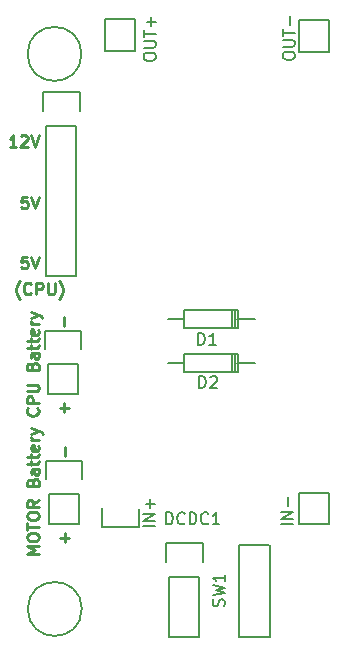
<source format=gbr>
G04 #@! TF.FileFunction,Legend,Top*
%FSLAX46Y46*%
G04 Gerber Fmt 4.6, Leading zero omitted, Abs format (unit mm)*
G04 Created by KiCad (PCBNEW 4.0.2-stable) date 11.07.2016 23:58:06*
%MOMM*%
G01*
G04 APERTURE LIST*
%ADD10C,0.100000*%
%ADD11C,0.250000*%
%ADD12C,0.150000*%
G04 APERTURE END LIST*
D10*
D11*
X127517734Y-102179333D02*
X127470114Y-102131714D01*
X127374876Y-101988857D01*
X127327257Y-101893619D01*
X127279638Y-101750762D01*
X127232019Y-101512667D01*
X127232019Y-101322190D01*
X127279638Y-101084095D01*
X127327257Y-100941238D01*
X127374876Y-100846000D01*
X127470114Y-100703143D01*
X127517734Y-100655524D01*
X128470115Y-101703143D02*
X128422496Y-101750762D01*
X128279639Y-101798381D01*
X128184401Y-101798381D01*
X128041543Y-101750762D01*
X127946305Y-101655524D01*
X127898686Y-101560286D01*
X127851067Y-101369810D01*
X127851067Y-101226952D01*
X127898686Y-101036476D01*
X127946305Y-100941238D01*
X128041543Y-100846000D01*
X128184401Y-100798381D01*
X128279639Y-100798381D01*
X128422496Y-100846000D01*
X128470115Y-100893619D01*
X128898686Y-101798381D02*
X128898686Y-100798381D01*
X129279639Y-100798381D01*
X129374877Y-100846000D01*
X129422496Y-100893619D01*
X129470115Y-100988857D01*
X129470115Y-101131714D01*
X129422496Y-101226952D01*
X129374877Y-101274571D01*
X129279639Y-101322190D01*
X128898686Y-101322190D01*
X129898686Y-100798381D02*
X129898686Y-101607905D01*
X129946305Y-101703143D01*
X129993924Y-101750762D01*
X130089162Y-101798381D01*
X130279639Y-101798381D01*
X130374877Y-101750762D01*
X130422496Y-101703143D01*
X130470115Y-101607905D01*
X130470115Y-100798381D01*
X130851067Y-102179333D02*
X130898686Y-102131714D01*
X130993924Y-101988857D01*
X131041543Y-101893619D01*
X131089162Y-101750762D01*
X131136781Y-101512667D01*
X131136781Y-101322190D01*
X131089162Y-101084095D01*
X131041543Y-100941238D01*
X130993924Y-100846000D01*
X130898686Y-100703143D01*
X130851067Y-100655524D01*
X129128781Y-123776715D02*
X128128781Y-123776715D01*
X128843067Y-123443381D01*
X128128781Y-123110048D01*
X129128781Y-123110048D01*
X128128781Y-122443382D02*
X128128781Y-122252905D01*
X128176400Y-122157667D01*
X128271638Y-122062429D01*
X128462114Y-122014810D01*
X128795448Y-122014810D01*
X128985924Y-122062429D01*
X129081162Y-122157667D01*
X129128781Y-122252905D01*
X129128781Y-122443382D01*
X129081162Y-122538620D01*
X128985924Y-122633858D01*
X128795448Y-122681477D01*
X128462114Y-122681477D01*
X128271638Y-122633858D01*
X128176400Y-122538620D01*
X128128781Y-122443382D01*
X128128781Y-121729096D02*
X128128781Y-121157667D01*
X129128781Y-121443382D02*
X128128781Y-121443382D01*
X128128781Y-120633858D02*
X128128781Y-120443381D01*
X128176400Y-120348143D01*
X128271638Y-120252905D01*
X128462114Y-120205286D01*
X128795448Y-120205286D01*
X128985924Y-120252905D01*
X129081162Y-120348143D01*
X129128781Y-120443381D01*
X129128781Y-120633858D01*
X129081162Y-120729096D01*
X128985924Y-120824334D01*
X128795448Y-120871953D01*
X128462114Y-120871953D01*
X128271638Y-120824334D01*
X128176400Y-120729096D01*
X128128781Y-120633858D01*
X129128781Y-119205286D02*
X128652590Y-119538620D01*
X129128781Y-119776715D02*
X128128781Y-119776715D01*
X128128781Y-119395762D01*
X128176400Y-119300524D01*
X128224019Y-119252905D01*
X128319257Y-119205286D01*
X128462114Y-119205286D01*
X128557352Y-119252905D01*
X128604971Y-119300524D01*
X128652590Y-119395762D01*
X128652590Y-119776715D01*
X128604971Y-117681476D02*
X128652590Y-117538619D01*
X128700210Y-117491000D01*
X128795448Y-117443381D01*
X128938305Y-117443381D01*
X129033543Y-117491000D01*
X129081162Y-117538619D01*
X129128781Y-117633857D01*
X129128781Y-118014810D01*
X128128781Y-118014810D01*
X128128781Y-117681476D01*
X128176400Y-117586238D01*
X128224019Y-117538619D01*
X128319257Y-117491000D01*
X128414495Y-117491000D01*
X128509733Y-117538619D01*
X128557352Y-117586238D01*
X128604971Y-117681476D01*
X128604971Y-118014810D01*
X129128781Y-116586238D02*
X128604971Y-116586238D01*
X128509733Y-116633857D01*
X128462114Y-116729095D01*
X128462114Y-116919572D01*
X128509733Y-117014810D01*
X129081162Y-116586238D02*
X129128781Y-116681476D01*
X129128781Y-116919572D01*
X129081162Y-117014810D01*
X128985924Y-117062429D01*
X128890686Y-117062429D01*
X128795448Y-117014810D01*
X128747829Y-116919572D01*
X128747829Y-116681476D01*
X128700210Y-116586238D01*
X128462114Y-116252905D02*
X128462114Y-115871953D01*
X128128781Y-116110048D02*
X128985924Y-116110048D01*
X129081162Y-116062429D01*
X129128781Y-115967191D01*
X129128781Y-115871953D01*
X128462114Y-115681476D02*
X128462114Y-115300524D01*
X128128781Y-115538619D02*
X128985924Y-115538619D01*
X129081162Y-115491000D01*
X129128781Y-115395762D01*
X129128781Y-115300524D01*
X129081162Y-114586237D02*
X129128781Y-114681475D01*
X129128781Y-114871952D01*
X129081162Y-114967190D01*
X128985924Y-115014809D01*
X128604971Y-115014809D01*
X128509733Y-114967190D01*
X128462114Y-114871952D01*
X128462114Y-114681475D01*
X128509733Y-114586237D01*
X128604971Y-114538618D01*
X128700210Y-114538618D01*
X128795448Y-115014809D01*
X129128781Y-114110047D02*
X128462114Y-114110047D01*
X128652590Y-114110047D02*
X128557352Y-114062428D01*
X128509733Y-114014809D01*
X128462114Y-113919571D01*
X128462114Y-113824332D01*
X128462114Y-113586237D02*
X129128781Y-113348142D01*
X128462114Y-113110046D02*
X129128781Y-113348142D01*
X129366876Y-113443380D01*
X129414495Y-113490999D01*
X129462114Y-113586237D01*
X131338629Y-122767220D02*
X131338629Y-122005315D01*
X131719581Y-122386267D02*
X130957676Y-122386267D01*
X131338629Y-115433885D02*
X131338629Y-114671980D01*
X131262429Y-111769020D02*
X131262429Y-111007115D01*
X131643381Y-111388067D02*
X130881476Y-111388067D01*
X131262429Y-104435685D02*
X131262429Y-103673780D01*
X127219153Y-89326981D02*
X126647724Y-89326981D01*
X126933438Y-89326981D02*
X126933438Y-88326981D01*
X126838200Y-88469838D01*
X126742962Y-88565076D01*
X126647724Y-88612695D01*
X127600105Y-88422219D02*
X127647724Y-88374600D01*
X127742962Y-88326981D01*
X127981058Y-88326981D01*
X128076296Y-88374600D01*
X128123915Y-88422219D01*
X128171534Y-88517457D01*
X128171534Y-88612695D01*
X128123915Y-88755552D01*
X127552486Y-89326981D01*
X128171534Y-89326981D01*
X128457248Y-88326981D02*
X128790581Y-89326981D01*
X129123915Y-88326981D01*
X128155724Y-98588581D02*
X127679533Y-98588581D01*
X127631914Y-99064771D01*
X127679533Y-99017152D01*
X127774771Y-98969533D01*
X128012867Y-98969533D01*
X128108105Y-99017152D01*
X128155724Y-99064771D01*
X128203343Y-99160010D01*
X128203343Y-99398105D01*
X128155724Y-99493343D01*
X128108105Y-99540962D01*
X128012867Y-99588581D01*
X127774771Y-99588581D01*
X127679533Y-99540962D01*
X127631914Y-99493343D01*
X128489057Y-98588581D02*
X128822390Y-99588581D01*
X129155724Y-98588581D01*
X128155724Y-93508581D02*
X127679533Y-93508581D01*
X127631914Y-93984771D01*
X127679533Y-93937152D01*
X127774771Y-93889533D01*
X128012867Y-93889533D01*
X128108105Y-93937152D01*
X128155724Y-93984771D01*
X128203343Y-94080010D01*
X128203343Y-94318105D01*
X128155724Y-94413343D01*
X128108105Y-94460962D01*
X128012867Y-94508581D01*
X127774771Y-94508581D01*
X127679533Y-94460962D01*
X127631914Y-94413343D01*
X128489057Y-93508581D02*
X128822390Y-94508581D01*
X129155724Y-93508581D01*
X129008143Y-111434096D02*
X129055762Y-111481715D01*
X129103381Y-111624572D01*
X129103381Y-111719810D01*
X129055762Y-111862668D01*
X128960524Y-111957906D01*
X128865286Y-112005525D01*
X128674810Y-112053144D01*
X128531952Y-112053144D01*
X128341476Y-112005525D01*
X128246238Y-111957906D01*
X128151000Y-111862668D01*
X128103381Y-111719810D01*
X128103381Y-111624572D01*
X128151000Y-111481715D01*
X128198619Y-111434096D01*
X129103381Y-111005525D02*
X128103381Y-111005525D01*
X128103381Y-110624572D01*
X128151000Y-110529334D01*
X128198619Y-110481715D01*
X128293857Y-110434096D01*
X128436714Y-110434096D01*
X128531952Y-110481715D01*
X128579571Y-110529334D01*
X128627190Y-110624572D01*
X128627190Y-111005525D01*
X128103381Y-110005525D02*
X128912905Y-110005525D01*
X129008143Y-109957906D01*
X129055762Y-109910287D01*
X129103381Y-109815049D01*
X129103381Y-109624572D01*
X129055762Y-109529334D01*
X129008143Y-109481715D01*
X128912905Y-109434096D01*
X128103381Y-109434096D01*
X128579571Y-107862667D02*
X128627190Y-107719810D01*
X128674810Y-107672191D01*
X128770048Y-107624572D01*
X128912905Y-107624572D01*
X129008143Y-107672191D01*
X129055762Y-107719810D01*
X129103381Y-107815048D01*
X129103381Y-108196001D01*
X128103381Y-108196001D01*
X128103381Y-107862667D01*
X128151000Y-107767429D01*
X128198619Y-107719810D01*
X128293857Y-107672191D01*
X128389095Y-107672191D01*
X128484333Y-107719810D01*
X128531952Y-107767429D01*
X128579571Y-107862667D01*
X128579571Y-108196001D01*
X129103381Y-106767429D02*
X128579571Y-106767429D01*
X128484333Y-106815048D01*
X128436714Y-106910286D01*
X128436714Y-107100763D01*
X128484333Y-107196001D01*
X129055762Y-106767429D02*
X129103381Y-106862667D01*
X129103381Y-107100763D01*
X129055762Y-107196001D01*
X128960524Y-107243620D01*
X128865286Y-107243620D01*
X128770048Y-107196001D01*
X128722429Y-107100763D01*
X128722429Y-106862667D01*
X128674810Y-106767429D01*
X128436714Y-106434096D02*
X128436714Y-106053144D01*
X128103381Y-106291239D02*
X128960524Y-106291239D01*
X129055762Y-106243620D01*
X129103381Y-106148382D01*
X129103381Y-106053144D01*
X128436714Y-105862667D02*
X128436714Y-105481715D01*
X128103381Y-105719810D02*
X128960524Y-105719810D01*
X129055762Y-105672191D01*
X129103381Y-105576953D01*
X129103381Y-105481715D01*
X129055762Y-104767428D02*
X129103381Y-104862666D01*
X129103381Y-105053143D01*
X129055762Y-105148381D01*
X128960524Y-105196000D01*
X128579571Y-105196000D01*
X128484333Y-105148381D01*
X128436714Y-105053143D01*
X128436714Y-104862666D01*
X128484333Y-104767428D01*
X128579571Y-104719809D01*
X128674810Y-104719809D01*
X128770048Y-105196000D01*
X129103381Y-104291238D02*
X128436714Y-104291238D01*
X128627190Y-104291238D02*
X128531952Y-104243619D01*
X128484333Y-104196000D01*
X128436714Y-104100762D01*
X128436714Y-104005523D01*
X128436714Y-103767428D02*
X129103381Y-103529333D01*
X128436714Y-103291237D02*
X129103381Y-103529333D01*
X129341476Y-103624571D01*
X129389095Y-103672190D01*
X129436714Y-103767428D01*
D12*
X132765800Y-128422400D02*
G75*
G03X132765800Y-128422400I-2286000J0D01*
G01*
X141426680Y-103837740D02*
X140029680Y-103837740D01*
X145871680Y-103837740D02*
X147395680Y-103837740D01*
X145490680Y-104599740D02*
X145490680Y-103075740D01*
X145744680Y-104599740D02*
X145744680Y-103075740D01*
X145998680Y-103837740D02*
X145998680Y-103075740D01*
X145998680Y-103075740D02*
X141426680Y-103075740D01*
X141426680Y-103075740D02*
X141426680Y-104599740D01*
X141426680Y-104599740D02*
X145998680Y-104599740D01*
X145998680Y-104599740D02*
X145998680Y-103837740D01*
X141452080Y-107571540D02*
X140055080Y-107571540D01*
X145897080Y-107571540D02*
X147421080Y-107571540D01*
X145516080Y-108333540D02*
X145516080Y-106809540D01*
X145770080Y-108333540D02*
X145770080Y-106809540D01*
X146024080Y-107571540D02*
X146024080Y-106809540D01*
X146024080Y-106809540D02*
X141452080Y-106809540D01*
X141452080Y-106809540D02*
X141452080Y-108333540D01*
X141452080Y-108333540D02*
X146024080Y-108333540D01*
X146024080Y-108333540D02*
X146024080Y-107571540D01*
X151151200Y-78585600D02*
X151151200Y-81265600D01*
X151151200Y-81265600D02*
X153691200Y-81265600D01*
X153691200Y-81265600D02*
X153691200Y-78585600D01*
X153691200Y-78585600D02*
X151151200Y-78585600D01*
X137291200Y-78485600D02*
X134751200Y-78485600D01*
X137291200Y-81165600D02*
X137291200Y-78485600D01*
X134751200Y-81165600D02*
X137291200Y-81165600D01*
X134751200Y-78485600D02*
X134751200Y-81165600D01*
X151151200Y-118585600D02*
X151151200Y-121265600D01*
X151151200Y-121265600D02*
X153691200Y-121265600D01*
X153691200Y-121265600D02*
X153691200Y-118585600D01*
X153691200Y-118585600D02*
X151151200Y-118585600D01*
X137571200Y-119965600D02*
X137571200Y-121515600D01*
X134471200Y-121415600D02*
X134471200Y-119865600D01*
X134471200Y-121465600D02*
X137571200Y-121465600D01*
X132537200Y-118694200D02*
X132537200Y-121234200D01*
X132817200Y-115874200D02*
X132817200Y-117424200D01*
X132537200Y-118694200D02*
X129997200Y-118694200D01*
X129717200Y-117424200D02*
X129717200Y-115874200D01*
X129717200Y-115874200D02*
X132817200Y-115874200D01*
X129997200Y-118694200D02*
X129997200Y-121234200D01*
X129997200Y-121234200D02*
X132537200Y-121234200D01*
X132308600Y-87503000D02*
X132308600Y-100203000D01*
X132308600Y-100203000D02*
X129768600Y-100203000D01*
X129768600Y-100203000D02*
X129768600Y-87503000D01*
X132588600Y-84683000D02*
X132588600Y-86233000D01*
X132308600Y-87503000D02*
X129768600Y-87503000D01*
X129488600Y-86233000D02*
X129488600Y-84683000D01*
X129488600Y-84683000D02*
X132588600Y-84683000D01*
X132461000Y-107721400D02*
X132461000Y-110261400D01*
X132741000Y-104901400D02*
X132741000Y-106451400D01*
X132461000Y-107721400D02*
X129921000Y-107721400D01*
X129641000Y-106451400D02*
X129641000Y-104901400D01*
X129641000Y-104901400D02*
X132741000Y-104901400D01*
X129921000Y-107721400D02*
X129921000Y-110261400D01*
X129921000Y-110261400D02*
X132461000Y-110261400D01*
X148679800Y-122980800D02*
X148679800Y-130760800D01*
X139899800Y-122860800D02*
X142999800Y-122860800D01*
X139899800Y-124410800D02*
X139899800Y-122860800D01*
X142719800Y-125680800D02*
X140179800Y-125680800D01*
X142999800Y-122860800D02*
X142999800Y-124410800D01*
X142719800Y-130760800D02*
X142719800Y-125680800D01*
X140179800Y-130760800D02*
X142719800Y-130760800D01*
X140179800Y-125680800D02*
X140179800Y-130760800D01*
X146079800Y-122980800D02*
X146079800Y-130760800D01*
X146079800Y-130760800D02*
X148619800Y-130760800D01*
X148619800Y-122980800D02*
X146079800Y-122980800D01*
X132740400Y-81432400D02*
G75*
G03X132740400Y-81432400I-2286000J0D01*
G01*
X142619505Y-106065581D02*
X142619505Y-105065581D01*
X142857600Y-105065581D01*
X143000458Y-105113200D01*
X143095696Y-105208438D01*
X143143315Y-105303676D01*
X143190934Y-105494152D01*
X143190934Y-105637010D01*
X143143315Y-105827486D01*
X143095696Y-105922724D01*
X143000458Y-106017962D01*
X142857600Y-106065581D01*
X142619505Y-106065581D01*
X144143315Y-106065581D02*
X143571886Y-106065581D01*
X143857600Y-106065581D02*
X143857600Y-105065581D01*
X143762362Y-105208438D01*
X143667124Y-105303676D01*
X143571886Y-105351295D01*
X142695705Y-109697781D02*
X142695705Y-108697781D01*
X142933800Y-108697781D01*
X143076658Y-108745400D01*
X143171896Y-108840638D01*
X143219515Y-108935876D01*
X143267134Y-109126352D01*
X143267134Y-109269210D01*
X143219515Y-109459686D01*
X143171896Y-109554924D01*
X143076658Y-109650162D01*
X142933800Y-109697781D01*
X142695705Y-109697781D01*
X143648086Y-108793019D02*
X143695705Y-108745400D01*
X143790943Y-108697781D01*
X144029039Y-108697781D01*
X144124277Y-108745400D01*
X144171896Y-108793019D01*
X144219515Y-108888257D01*
X144219515Y-108983495D01*
X144171896Y-109126352D01*
X143600467Y-109697781D01*
X144219515Y-109697781D01*
X139900305Y-121254781D02*
X139900305Y-120254781D01*
X140138400Y-120254781D01*
X140281258Y-120302400D01*
X140376496Y-120397638D01*
X140424115Y-120492876D01*
X140471734Y-120683352D01*
X140471734Y-120826210D01*
X140424115Y-121016686D01*
X140376496Y-121111924D01*
X140281258Y-121207162D01*
X140138400Y-121254781D01*
X139900305Y-121254781D01*
X141471734Y-121159543D02*
X141424115Y-121207162D01*
X141281258Y-121254781D01*
X141186020Y-121254781D01*
X141043162Y-121207162D01*
X140947924Y-121111924D01*
X140900305Y-121016686D01*
X140852686Y-120826210D01*
X140852686Y-120683352D01*
X140900305Y-120492876D01*
X140947924Y-120397638D01*
X141043162Y-120302400D01*
X141186020Y-120254781D01*
X141281258Y-120254781D01*
X141424115Y-120302400D01*
X141471734Y-120350019D01*
X141900305Y-121254781D02*
X141900305Y-120254781D01*
X142138400Y-120254781D01*
X142281258Y-120302400D01*
X142376496Y-120397638D01*
X142424115Y-120492876D01*
X142471734Y-120683352D01*
X142471734Y-120826210D01*
X142424115Y-121016686D01*
X142376496Y-121111924D01*
X142281258Y-121207162D01*
X142138400Y-121254781D01*
X141900305Y-121254781D01*
X143471734Y-121159543D02*
X143424115Y-121207162D01*
X143281258Y-121254781D01*
X143186020Y-121254781D01*
X143043162Y-121207162D01*
X142947924Y-121111924D01*
X142900305Y-121016686D01*
X142852686Y-120826210D01*
X142852686Y-120683352D01*
X142900305Y-120492876D01*
X142947924Y-120397638D01*
X143043162Y-120302400D01*
X143186020Y-120254781D01*
X143281258Y-120254781D01*
X143424115Y-120302400D01*
X143471734Y-120350019D01*
X144424115Y-121254781D02*
X143852686Y-121254781D01*
X144138400Y-121254781D02*
X144138400Y-120254781D01*
X144043162Y-120397638D01*
X143947924Y-120492876D01*
X143852686Y-120540495D01*
X149794981Y-81679848D02*
X149794981Y-81489371D01*
X149842600Y-81394133D01*
X149937838Y-81298895D01*
X150128314Y-81251276D01*
X150461648Y-81251276D01*
X150652124Y-81298895D01*
X150747362Y-81394133D01*
X150794981Y-81489371D01*
X150794981Y-81679848D01*
X150747362Y-81775086D01*
X150652124Y-81870324D01*
X150461648Y-81917943D01*
X150128314Y-81917943D01*
X149937838Y-81870324D01*
X149842600Y-81775086D01*
X149794981Y-81679848D01*
X149794981Y-80822705D02*
X150604505Y-80822705D01*
X150699743Y-80775086D01*
X150747362Y-80727467D01*
X150794981Y-80632229D01*
X150794981Y-80441752D01*
X150747362Y-80346514D01*
X150699743Y-80298895D01*
X150604505Y-80251276D01*
X149794981Y-80251276D01*
X149794981Y-79917943D02*
X149794981Y-79346514D01*
X150794981Y-79632229D02*
X149794981Y-79632229D01*
X150414029Y-79013181D02*
X150414029Y-78251276D01*
X138009381Y-81756048D02*
X138009381Y-81565571D01*
X138057000Y-81470333D01*
X138152238Y-81375095D01*
X138342714Y-81327476D01*
X138676048Y-81327476D01*
X138866524Y-81375095D01*
X138961762Y-81470333D01*
X139009381Y-81565571D01*
X139009381Y-81756048D01*
X138961762Y-81851286D01*
X138866524Y-81946524D01*
X138676048Y-81994143D01*
X138342714Y-81994143D01*
X138152238Y-81946524D01*
X138057000Y-81851286D01*
X138009381Y-81756048D01*
X138009381Y-80898905D02*
X138818905Y-80898905D01*
X138914143Y-80851286D01*
X138961762Y-80803667D01*
X139009381Y-80708429D01*
X139009381Y-80517952D01*
X138961762Y-80422714D01*
X138914143Y-80375095D01*
X138818905Y-80327476D01*
X138009381Y-80327476D01*
X138009381Y-79994143D02*
X138009381Y-79422714D01*
X139009381Y-79708429D02*
X138009381Y-79708429D01*
X138628429Y-79089381D02*
X138628429Y-78327476D01*
X139009381Y-78708428D02*
X138247476Y-78708428D01*
X150642581Y-121259457D02*
X149642581Y-121259457D01*
X150642581Y-120783267D02*
X149642581Y-120783267D01*
X150642581Y-120211838D01*
X149642581Y-120211838D01*
X150261629Y-119735648D02*
X150261629Y-118973743D01*
X138958581Y-121437257D02*
X137958581Y-121437257D01*
X138958581Y-120961067D02*
X137958581Y-120961067D01*
X138958581Y-120389638D01*
X137958581Y-120389638D01*
X138577629Y-119913448D02*
X138577629Y-119151543D01*
X138958581Y-119532495D02*
X138196676Y-119532495D01*
X144803762Y-128180933D02*
X144851381Y-128038076D01*
X144851381Y-127799980D01*
X144803762Y-127704742D01*
X144756143Y-127657123D01*
X144660905Y-127609504D01*
X144565667Y-127609504D01*
X144470429Y-127657123D01*
X144422810Y-127704742D01*
X144375190Y-127799980D01*
X144327571Y-127990457D01*
X144279952Y-128085695D01*
X144232333Y-128133314D01*
X144137095Y-128180933D01*
X144041857Y-128180933D01*
X143946619Y-128133314D01*
X143899000Y-128085695D01*
X143851381Y-127990457D01*
X143851381Y-127752361D01*
X143899000Y-127609504D01*
X143851381Y-127276171D02*
X144851381Y-127038076D01*
X144137095Y-126847599D01*
X144851381Y-126657123D01*
X143851381Y-126419028D01*
X144851381Y-125514266D02*
X144851381Y-126085695D01*
X144851381Y-125799981D02*
X143851381Y-125799981D01*
X143994238Y-125895219D01*
X144089476Y-125990457D01*
X144137095Y-126085695D01*
M02*

</source>
